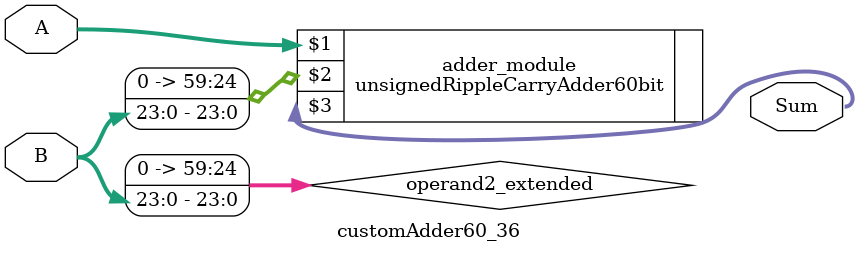
<source format=v>
module customAdder60_36(
                        input [59 : 0] A,
                        input [23 : 0] B,
                        
                        output [60 : 0] Sum
                );

        wire [59 : 0] operand2_extended;
        
        assign operand2_extended =  {36'b0, B};
        
        unsignedRippleCarryAdder60bit adder_module(
            A,
            operand2_extended,
            Sum
        );
        
        endmodule
        
</source>
